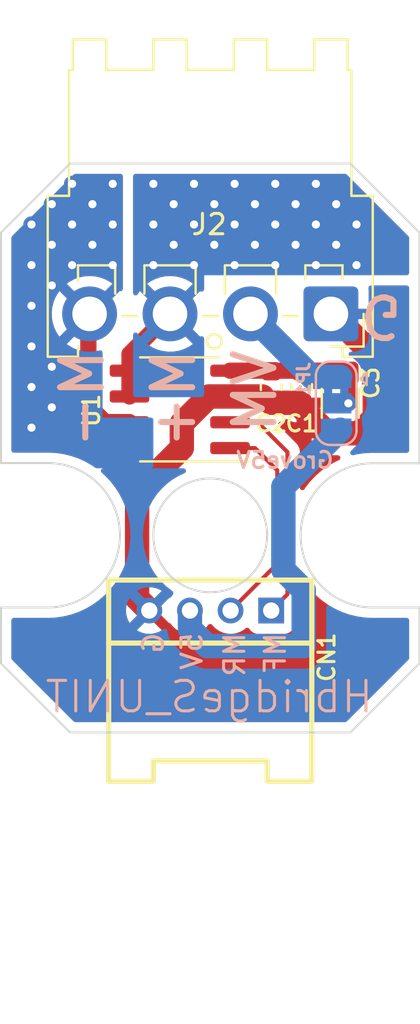
<source format=kicad_pcb>
(kicad_pcb (version 20211014) (generator pcbnew)
  (layers (0 "F.Cu" signal) (31 "B.Cu" signal) (34 "B.Paste" user) (35 "F.Paste" user) (36 "B.SilkS" user "B.Silkscreen") (37 "F.SilkS" user "F.Silkscreen") (38 "B.Mask" user) (39 "F.Mask" user) (44 "Edge.Cuts" user))
  (net 0 "")
  (net 1 "+5V")
  (net 2 "GND")
  (net 3 "/OUT_N")
  (net 4 "/OUT_P")
  (net 5 "VDD")
  (net 6 "/MR")
  (net 7 "/MF")
  (net 8 "VD")
  (footprint "akita:CON_GROVE_H" (layer "F.Cu") (at 10.3 22 180)
    (fp_text reference "CN1" (at -6.2 -1 90) (layer "F.SilkS") (effects (font (size 0.8 0.8)) (justify right bottom)))
    (fp_text value "CON_GROVE")
    (fp_line (start 2.8 -7.4) (end 2.8 -8.4) (layer "F.SilkS") (width 0.254))
    (fp_line (start -5 -8.4) (end -5 -1.6) (layer "F.SilkS") (width 0.254))
    (fp_line (start -2.8 -8.4) (end -2.8 -7.4) (layer "F.SilkS") (width 0.254))
    (fp_line (start -5 -1.6) (end 5 -1.6) (layer "F.SilkS") (width 0.254))
    (fp_line (start -5 -8.4) (end -2.8 -8.4) (layer "F.SilkS") (width 0.254))
    (fp_line (start 5 -1.6) (end 5 -8.4) (layer "F.SilkS") (width 0.254))
    (fp_line (start -5 1.5) (end 5 1.5) (layer "F.SilkS") (width 0.254))
    (fp_line (start -5 -1.6) (end -5 1.5) (layer "F.SilkS") (width 0.254))
    (fp_line (start -5 -1) (end -5 1) (layer "F.SilkS") (width 0.127))
    (fp_line (start 5 1.5) (end 5 -1.6) (layer "F.SilkS") (width 0.254))
    (fp_line (start -2.8 -7.4) (end 2.8 -7.4) (layer "F.SilkS") (width 0.254))
    (fp_line (start 2.8 -8.4) (end 5 -8.4) (layer "F.SilkS") (width 0.254))
    (pad "1" thru_hole rect locked (at -3 0 180) (size 1.27 1.27) (drill 0.8) (layers *.Cu *.Mask) (net 7 "/MF"))
    (pad "2" thru_hole circle locked (at -1 0 180) (size 1.27 1.27) (drill 0.8) (layers *.Cu *.Mask) (net 6 "/MR"))
    (pad "3" thru_hole circle locked (at 1 0 180) (size 1.27 1.27) (drill 0.8) (layers *.Cu *.Mask) (net 1 "+5V"))
    (pad "4" thru_hole circle locked (at 3 0 180) (size 1.27 1.27) (drill 0.8) (layers *.Cu *.Mask) (net 2 "GND"))
  )
  (footprint "Capacitor_SMD:C_0603_1608Metric" (layer "F.Cu") (at 13.3 11 -90)
    (fp_text reference "C2" (at 1.8 0) (layer "F.SilkS") (effects (font (size 0.8 0.8))))
    (fp_text value "100n")
    (fp_line (start -0.14058 -0.51) (end 0.14058 -0.51) (layer "F.SilkS") (width 0.12))
    (fp_line (start -0.14058 0.51) (end 0.14058 0.51) (layer "F.SilkS") (width 0.12))
    (pad "1" smd roundrect locked (at -0.775 0 270) (size 0.9 0.95) (layers "F.Cu" "F.Paste" "F.Mask") (net 8 "VD"))
    (pad "2" smd roundrect locked (at 0.775 0 270) (size 0.9 0.95) (layers "F.Cu" "F.Paste" "F.Mask") (net 2 "GND"))
  )
  (footprint "Connector_JST:JST_VH_S4P-VH_1x04_P3.96mm_Horizontal" (layer "F.Cu") (at 16.24 7.4 180)
    (fp_text reference "J2" (at 5.99 4.4) (layer "F.SilkS"))
    (fp_text value "Conn_01x04")
    (fp_line (start 5.57 -0.11) (end 6.31 -0.11) (layer "F.SilkS") (width 0.12))
    (fp_line (start 7.1 12.01) (end 7.1 13.51) (layer "F.SilkS") (width 0.12))
    (fp_line (start 1.61 -0.11) (end 2.35 -0.11) (layer "F.SilkS") (width 0.12))
    (fp_line (start -0.57 -2.11) (end -0.57 -1.61) (layer "F.SilkS") (width 0.12))
    (fp_line (start -0.82 13.51) (end 0.82 13.51) (layer "F.SilkS") (width 0.12))
    (fp_line (start 3.14 13.51) (end 4.78 13.51) (layer "F.SilkS") (width 0.12))
    (fp_line (start 2.7 2.39) (end 5.22 2.39) (layer "F.SilkS") (width 0.12))
    (fp_line (start 12.7 12.01) (end 12.89 12.01) (layer "F.SilkS") (width 0.12))
    (fp_line (start -0.58 2.39) (end 1.26 2.39) (layer "F.SilkS") (width 0.12))
    (fp_line (start 4.78 12.01) (end 7.1 12.01) (layer "F.SilkS") (width 0.12))
    (fp_line (start 12.45 2.39) (end 12.45 1.6) (layer "F.SilkS") (width 0.12))
    (fp_line (start 0.82 13.51) (end 0.82 12.01) (layer "F.SilkS") (width 0.12))
    (fp_line (start 3.14 12.01) (end 3.14 13.51) (layer "F.SilkS") (width 0.12))
    (fp_line (start 8.74 12.01) (end 11.06 12.01) (layer "F.SilkS") (width 0.12))
    (fp_line (start 13.94 5.81) (end 12.89 5.81) (layer "F.SilkS") (width 0.12))
    (fp_line (start -0.57 1.7) (end -0.57 2.39) (layer "F.SilkS") (width 0.12))
    (fp_line (start -1.01 5.81) (end -1.01 12.01) (layer "F.SilkS") (width 0.12))
    (fp_line (start 9.18 2.39) (end 9.18 1) (layer "F.SilkS") (width 0.12))
    (fp_line (start 6.66 1) (end 6.66 2.39) (layer "F.SilkS") (width 0.12))
    (fp_line (start 7.1 13.51) (end 8.74 13.51) (layer "F.SilkS") (width 0.12))
    (fp_line (start 4.78 13.51) (end 4.78 12.01) (layer "F.SilkS") (width 0.12))
    (fp_line (start 5.22 2.39) (end 5.22 1) (layer "F.SilkS") (width 0.12))
    (fp_line (start 13.94 -2.11) (end 13.94 5.81) (layer "F.SilkS") (width 0.12))
    (fp_line (start 11.06 12.01) (end 11.06 13.51) (layer "F.SilkS") (width 0.12))
    (fp_line (start -1.01 5.81) (end -2.06 5.81) (layer "F.SilkS") (width 0.12))
    (fp_line (start -1.01 12.01) (end -0.82 12.01) (layer "F.SilkS") (width 0.12))
    (fp_line (start 8.74 13.51) (end 8.74 12.01) (layer "F.SilkS") (width 0.12))
    (fp_line (start 12.7 13.51) (end 12.7 12.01) (layer "F.SilkS") (width 0.12))
    (fp_line (start 0 -1.61) (end -1.61 -1.61) (layer "F.SilkS") (width 0.12))
    (fp_line (start 11.06 13.51) (end 12.7 13.51) (layer "F.SilkS") (width 0.12))
    (fp_line (start -0.82 12.01) (end -0.82 13.51) (layer "F.SilkS") (width 0.12))
    (fp_line (start -2.06 -2.11) (end -0.57 -2.11) (layer "F.SilkS") (width 0.12))
    (fp_line (start 10.62 2.39) (end 12.46 2.39) (layer "F.SilkS") (width 0.12))
    (fp_line (start 10.62 1) (end 10.62 2.39) (layer "F.SilkS") (width 0.12))
    (fp_line (start 9.53 -0.11) (end 10.27 -0.11) (layer "F.SilkS") (width 0.12))
    (fp_line (start 6.66 2.39) (end 9.18 2.39) (layer "F.SilkS") (width 0.12))
    (fp_line (start 1.26 2.39) (end 1.26 1.7) (layer "F.SilkS") (width 0.12))
    (fp_line (start -2.06 5.81) (end -2.06 -2.11) (layer "F.SilkS") (width 0.12))
    (fp_line (start 2.7 1) (end 2.7 2.39) (layer "F.SilkS") (width 0.12))
    (fp_line (start 12.45 -1.6) (end 12.45 -2.11) (layer "F.SilkS") (width 0.12))
    (fp_line (start 0.82 12.01) (end 3.14 12.01) (layer "F.SilkS") (width 0.12))
    (fp_line (start -1.61 -1.61) (end -1.61 0) (layer "F.SilkS") (width 0.12))
    (fp_line (start 12.45 -2.11) (end 13.94 -2.11) (layer "F.SilkS") (width 0.12))
    (fp_line (start 12.89 12.01) (end 12.89 5.81) (layer "F.SilkS") (width 0.12))
    (pad "1" thru_hole roundrect locked (at 0 0 180) (size 2.7 2.7) (drill 1.7) (layers *.Cu *.Mask) (roundrect_rratio 0.09259296296) (net 2 "GND"))
    (pad "2" thru_hole circle locked (at 3.96 0 180) (size 2.7 2.7) (drill 1.7) (layers *.Cu *.Mask) (net 5 "VDD"))
    (pad "3" thru_hole circle locked (at 7.92 0 180) (size 2.7 2.7) (drill 1.7) (layers *.Cu *.Mask) (net 4 "/OUT_P"))
    (pad "4" thru_hole circle locked (at 11.88 0 180) (size 2.7 2.7) (drill 1.7) (layers *.Cu *.Mask) (net 3 "/OUT_N"))
  )
  (footprint "Capacitor_SMD:C_0603_1608Metric" (layer "F.Cu") (at 14.8 11 -90)
    (fp_text reference "C1" (at 1.8 0) (layer "F.SilkS") (effects (font (size 0.8 0.8))))
    (fp_text value "470uF")
    (fp_line (start -0.14058 0.51) (end 0.14058 0.51) (layer "F.SilkS") (width 0.12))
    (fp_line (start -0.14058 -0.51) (end 0.14058 -0.51) (layer "F.SilkS") (width 0.12))
    (pad "1" smd roundrect locked (at -0.775 0 270) (size 0.9 0.95) (layers "F.Cu" "F.Paste" "F.Mask") (net 8 "VD"))
    (pad "2" smd roundrect locked (at 0.775 0 270) (size 0.9 0.95) (layers "F.Cu" "F.Paste" "F.Mask") (net 2 "GND"))
  )
  (footprint "Capacitor_SMD:C_1206_3216Metric" (layer "F.Cu") (at 16.7 11.8 -90)
    (fp_text reference "C3" (at -1 -1.5 90) (layer "F.SilkS") (effects (font (size 0.8 0.8))))
    (fp_text value "470u")
    (fp_line (start -0.711252 -0.91) (end 0.711252 -0.91) (layer "F.SilkS") (width 0.12))
    (fp_line (start -0.711252 0.91) (end 0.711252 0.91) (layer "F.SilkS") (width 0.12))
    (pad "1" smd roundrect locked (at -1.475 0 270) (size 1.15 1.8) (layers "F.Cu" "F.Paste" "F.Mask") (roundrect_rratio 0.2173913043) (net 8 "VD"))
    (pad "2" smd roundrect locked (at 1.475 0 270) (size 1.15 1.8) (layers "F.Cu" "F.Paste" "F.Mask") (roundrect_rratio 0.2173913043) (net 2 "GND"))
  )
  (footprint "Package_SO:SOIC-8_3.9x4.9mm_P1.27mm" (layer "F.Cu") (at 8.8 12.1 180)
    (fp_text reference "U1" (at 4.35 -0.05 90) (layer "F.SilkS") (effects (font (size 0.8 0.8))))
    (fp_text value "DRV_RZ7899")
    (fp_line (start 0 -2.56) (end -3.45 -2.56) (layer "F.SilkS") (width 0.12))
    (fp_line (start 0 -2.56) (end 1.95 -2.56) (layer "F.SilkS") (width 0.12))
    (fp_line (start 0 2.56) (end -1.95 2.56) (layer "F.SilkS") (width 0.12))
    (fp_line (start 0 2.56) (end 1.95 2.56) (layer "F.SilkS") (width 0.12))
    (pad "1" smd roundrect locked (at -2.475 -1.905 180) (size 1.95 0.6) (layers "F.Cu" "F.Paste" "F.Mask") (net 6 "/MR"))
    (pad "2" smd roundrect locked (at -2.475 -0.635 180) (size 1.95 0.6) (layers "F.Cu" "F.Paste" "F.Mask") (net 7 "/MF"))
    (pad "3" smd roundrect locked (at -2.475 0.635 180) (size 1.95 0.6) (layers "F.Cu" "F.Paste" "F.Mask") (net 2 "GND"))
    (pad "4" smd roundrect locked (at -2.475 1.905 180) (size 1.95 0.6) (layers "F.Cu" "F.Paste" "F.Mask") (net 8 "VD"))
    (pad "5" smd roundrect locked (at 2.475 1.905 180) (size 1.95 0.6) (layers "F.Cu" "F.Paste" "F.Mask") (net 4 "/OUT_P"))
    (pad "6" smd roundrect locked (at 2.475 0.635 180) (size 1.95 0.6) (layers "F.Cu" "F.Paste" "F.Mask") (net 4 "/OUT_P"))
    (pad "7" smd roundrect locked (at 2.475 -0.635 180) (size 1.95 0.6) (layers "F.Cu" "F.Paste" "F.Mask") (net 3 "/OUT_N"))
    (pad "8" smd roundrect locked (at 2.475 -1.905 180) (size 1.95 0.6) (layers "F.Cu" "F.Paste" "F.Mask") (net 3 "/OUT_N"))
  )
  (footprint "Jumper:SolderJumper-3_P1.3mm_Bridged2Bar12_RoundedPad1.0x1.5mm" (layer "B.Cu") (at 16.5 11.8 -90)
    (fp_text reference "JP1" (at -1.2 1.6 90) (layer "B.SilkS") (effects (font (size 0.6 0.6)) (justify mirror)))
    (fp_text value "SolderJumper_3_Bridged12")
    (fp_poly (pts (xy -0.9 -0.2) (xy -0.4 -0.2) (xy -0.4 -0.6) (xy -0.9 -0.6)) (layer "B.Cu") (width 0) (fill solid))
    (fp_poly (pts (xy -0.9 0.6) (xy -0.4 0.6) (xy -0.4 0.2) (xy -0.9 0.2)) (layer "B.Cu") (width 0) (fill solid))
    (fp_line (start 2.05 0.3) (end 2.05 -0.3) (layer "B.SilkS") (width 0.12))
    (fp_line (start -1.5 -1.5) (end -0.9 -1.5) (layer "B.SilkS") (width 0.12))
    (fp_line (start -1.4 1) (end 1.4 1) (layer "B.SilkS") (width 0.12))
    (fp_line (start -1.2 -1.2) (end -0.9 -1.5) (layer "B.SilkS") (width 0.12))
    (fp_line (start -2.05 -0.3) (end -2.05 0.3) (layer "B.SilkS") (width 0.12))
    (fp_line (start 1.4 -1) (end -1.4 -1) (layer "B.SilkS") (width 0.12))
    (fp_line (start -1.2 -1.2) (end -1.5 -1.5) (layer "B.SilkS") (width 0.12))
    (fp_arc (start -1.35 1) (mid -1.844975 0.794975) (end -2.05 0.3) (layer "B.SilkS") (width 0.12))
    (fp_arc (start -2.05 -0.3) (mid -1.844975 -0.794975) (end -1.35 -1) (layer "B.SilkS") (width 0.12))
    (fp_arc (start 1.35 -1) (mid 1.844975 -0.794975) (end 2.05 -0.3) (layer "B.SilkS") (width 0.12))
    (fp_arc (start 2.05 0.3) (mid 1.844975 0.794975) (end 1.35 1) (layer "B.SilkS") (width 0.12))
    (pad "1" smd custom locked (at -1.3 0 270) (size 1 0.5) (layers "B.Cu" "B.Mask") (net 5 "VDD") (options (clearance outline) (anchor rect)) (primitives (gr_circle (center 0 -0.25) (end 0.5 -0.25) (width 0) (fill yes)) (gr_circle (center 0 0.25) (end 0.5 0.25) (width 0) (fill yes)) (gr_poly (pts (xy 0.55 0.75) (xy 0 0.75) (xy 0 -0.75) (xy 0.55 -0.75)) (width 0) (fill yes))))
    (pad "2" smd rect locked (at 0 0 270) (size 1 1.5) (layers "B.Cu" "B.Mask") (net 8 "VD"))
    (pad "3" smd custom locked (at 1.3 0 270) (size 1 0.5) (layers "B.Cu" "B.Mask") (net 1 "+5V") (options (clearance outline) (anchor rect)) (primitives (gr_circle (center 0 -0.25) (end 0.5 -0.25) (width 0) (fill yes)) (gr_circle (center 0 0.25) (end 0.5 0.25) (width 0) (fill yes)) (gr_poly (pts (xy 0 0.75) (xy -0.55 0.75) (xy -0.55 -0.75) (xy 0 -0.75)) (width 0) (fill yes))))
  )
  (gr_circle (center 10.5 8.75) (end 10.75 9) (layer "F.SilkS") (width 0.12) (fill none))
  (gr_line (start 0 24.6) (end 0 21.85) (layer "Edge.Cuts") (width 0.1))
  (gr_line (start 0 14.74) (end 2.3 14.74) (layer "Edge.Cuts") (width 0.1))
  (gr_line (start 20.6 21.85) (end 20.6 24.6) (layer "Edge.Cuts") (width 0.1))
  (gr_line (start 3.4 0) (end 17.2 0) (layer "Edge.Cuts") (width 0.1))
  (gr_line (start 0 3.4) (end 3.4 0) (layer "Edge.Cuts") (width 0.1))
  (gr_line (start 0 14.74) (end 0 3.4) (layer "Edge.Cuts") (width 0.1))
  (gr_line (start 0 24.6) (end 3.4 28) (layer "Edge.Cuts") (width 0.1))
  (gr_line (start 3.4 28) (end 17.2 28) (layer "Edge.Cuts") (width 0.1))
  (gr_line (start 20.6 3.4) (end 17.2 0) (layer "Edge.Cuts") (width 0.1))
  (gr_arc (start 2.3 14.74) (mid 5.855 18.295) (end 2.3 21.85) (layer "Edge.Cuts") (width 0.1))
  (gr_line (start 0 21.85) (end 2.3 21.85) (layer "Edge.Cuts") (width 0.1))
  (gr_circle (center 10.3 18.3) (end 13.1 18.3) (layer "Edge.Cuts") (width 0.1) (fill none))
  (gr_line (start 18.3 21.85) (end 20.6 21.85) (layer "Edge.Cuts") (width 0.1))
  (gr_line (start 18.3 14.75) (end 20.6 14.75) (layer "Edge.Cuts") (width 0.1))
  (gr_line (start 20.6 14.76) (end 20.6 3.4) (layer "Edge.Cuts") (width 0.1))
  (gr_line (start 17.2 28) (end 20.6 24.6) (layer "Edge.Cuts") (width 0.1))
  (gr_arc (start 18.3 21.85) (mid 14.75 18.3) (end 18.3 14.75) (layer "Edge.Cuts") (width 0.1))
  (gr_text "M-" (at 4 9 90) (layer "B.SilkS") (effects (font (size 2 2) (thickness 0.3)) (justify left mirror)))
  (gr_text "G" (at 17.5 7.5 180) (layer "B.SilkS") (effects (font (size 2 2) (thickness 0.3)) (justify left mirror)))
  (gr_text "5V" (at 9.4 23 90) (layer "B.SilkS") (effects (font (size 1 1)) (justify left mirror)))
  (gr_text "Grove5V" (at 11.5 14.6) (layer "B.SilkS") (effects (font (size 0.8 0.8)) (justify right mirror)))
  (gr_text "G" (at 7.5 23 90) (layer "B.SilkS") (effects (font (size 1 1)) (justify left mirror)))
  (gr_text "VM" (at 12.5 9 90) (layer "B.SilkS") (effects (font (size 2 2) (thickness 0.3)) (justify left mirror)))
  (gr_text "MR" (at 11.5 23 90) (layer "B.SilkS") (effects (font (size 1 1)) (justify left mirror)))
  (gr_text "HbridgeS_UNIT" (at 10.25 26.25) (layer "B.SilkS") (effects (font (size 1.5 1.5)) (justify mirror)))
  (gr_text "M+" (at 8.5 9 90) (layer "B.SilkS") (effects (font (size 2 2) (thickness 0.3)) (justify left mirror)))
  (gr_text "MF" (at 13.5 23 90) (layer "B.SilkS") (effects (font (size 1 1)) (justify left mirror)))
  (segment (start 14.9 21) (end 13.9 20) (width 1.2) (layer "B.Cu") (net 1))
  (segment (start 13.9 15.9) (end 16.7 13.1) (width 1.2) (layer "B.Cu") (net 1))
  (segment (start 9.3 22) (end 9.3 22.898025) (width 1.2) (layer "B.Cu") (net 1))
  (segment (start 14.9 23.75) (end 14.9 21) (width 1.2) (layer "B.Cu") (net 1))
  (segment (start 9.3 22.898025) (end 10.151975 23.75) (width 1.2) (layer "B.Cu") (net 1))
  (segment (start 10.151975 23.75) (end 14.9 23.75) (width 1.2) (layer "B.Cu") (net 1))
  (segment (start 13.9 20) (end 13.9 15.9) (width 1.2) (layer "B.Cu") (net 1))
  (segment (start 16.24 7.4) (end 16.2 7.4) (width 2) (layer "F.Cu") (net 2))
  (segment (start 13.3 11.775) (end 14.675 11.775) (width 1.2) (layer "F.Cu") (net 2))
  (segment (start 16.7 13.275) (end 16.075 13.275) (width 1.2) (layer "F.Cu") (net 2))
  (segment (start 6.7 16.2) (end 8.9 14) (width 1.2) (layer "F.Cu") (net 2))
  (segment (start 16.24 7.4) (end 16.24 7.44) (width 0.8) (layer "F.Cu") (net 2))
  (segment (start 11.275 11.465) (end 12.865 11.465) (width 1.2) (layer "F.Cu") (net 2))
  (segment (start 17.625 13.275) (end 18.39952 12.50048) (width 1.2) (layer "F.Cu") (net 2))
  (segment (start 16.075 13.275) (end 14.6 11.8) (width 1.2) (layer "F.Cu") (net 2))
  (segment (start 16.24 7.44) (end 17.1 8.3) (width 0.8) (layer "F.Cu") (net 2))
  (segment (start 16.7 13.275) (end 17.625 13.275) (width 1.2) (layer "F.Cu") (net 2))
  (segment (start 6.7 21.4) (end 6.7 16.2) (width 1.2) (layer "F.Cu") (net 2))
  (segment (start 18.39952 12.50048) (end 18.39952 9.49952) (width 1.2) (layer "F.Cu") (net 2))
  (segment (start 7.3 22) (end 6.7 21.4) (width 1.2) (layer "F.Cu") (net 2))
  (segment (start 8.9 12.792176) (end 10.227176 11.465) (width 1.2) (layer "F.Cu") (net 2))
  (segment (start 18.39952 9.49952) (end 16.2 7.3) (width 1.2) (layer "F.Cu") (net 2))
  (segment (start 8.9 14) (end 8.9 12.792176) (width 1.2) (layer "F.Cu") (net 2))
  (segment (start 10.227176 11.465) (end 11.275 11.465) (width 1.2) (layer "F.Cu") (net 2))
  (segment (start 4.3 11.9) (end 4.3 7.4) (width 0.8) (layer "F.Cu") (net 3))
  (segment (start 5.125 12.725) (end 4.3 11.9) (width 0.8) (layer "F.Cu") (net 3))
  (segment (start 6.325 14.005) (end 6.325 12.725) (width 0.8) (layer "F.Cu") (net 3))
  (segment (start 6.325 12.725) (end 5.125 12.725) (width 0.8) (layer "F.Cu") (net 3))
  (via (at 3.5 5) (size 0.8) (drill 0.4) (layers "F.Cu" "B.Cu") (net 3))
  (via (at 1.5 11) (size 0.8) (drill 0.4) (layers "F.Cu" "B.Cu") (net 3))
  (via (at 4.5 2) (size 0.8) (drill 0.4) (layers "F.Cu" "B.Cu") (net 3))
  (via (at 5.5 5) (size 0.8) (drill 0.4) (layers "F.Cu" "B.Cu") (net 3))
  (via (at 1.5 5) (size 0.8) (drill 0.4) (layers "F.Cu" "B.Cu") (net 3))
  (via (at 4.5 4) (size 0.8) (drill 0.4) (layers "F.Cu" "B.Cu") (net 3))
  (via (at 1.5 9) (size 0.8) (drill 0.4) (layers "F.Cu" "B.Cu") (net 3))
  (via (at 5.5 1) (size 0.8) (drill 0.4) (layers "F.Cu" "B.Cu") (net 3))
  (via (at 2.5 2) (size 0.8) (drill 0.4) (layers "F.Cu" "B.Cu") (net 3))
  (via (at 2.5 6) (size 0.8) (drill 0.4) (layers "F.Cu" "B.Cu") (net 3))
  (via (at 3.5 3) (size 0.8) (drill 0.4) (layers "F.Cu" "B.Cu") (net 3))
  (via (at 3.5 1) (size 0.8) (drill 0.4) (layers "F.Cu" "B.Cu") (net 3))
  (via (at 2.5 12) (size 0.8) (drill 0.4) (layers "F.Cu" "B.Cu") (net 3))
  (via (at 5.5 3) (size 0.8) (drill 0.4) (layers "F.Cu" "B.Cu") (net 3))
  (via (at 1.5 3) (size 0.8) (drill 0.4) (layers "F.Cu" "B.Cu") (net 3))
  (via (at 1.5 7) (size 0.8) (drill 0.4) (layers "F.Cu" "B.Cu") (net 3))
  (via (at 1.5 13) (size 0.8) (drill 0.4) (layers "F.Cu" "B.Cu") (net 3))
  (via (at 2.5 4) (size 0.8) (drill 0.4) (layers "F.Cu" "B.Cu") (net 3))
  (via (at 2.5 10) (size 0.8) (drill 0.4) (layers "F.Cu" "B.Cu") (net 3))
  (segment (start 6.325 10.195) (end 6.325 9.375) (width 0.8) (layer "F.Cu") (net 4))
  (segment (start 6.325 11.465) (end 6.325 10.375) (width 0.8) (layer "F.Cu") (net 4))
  (segment (start 6.325 9.375) (end 8.3 7.4) (width 0.8) (layer "F.Cu") (net 4))
  (via (at 10.5 4) (size 0.8) (drill 0.4) (layers "F.Cu" "B.Cu") (net 4))
  (via (at 17.5 3) (size 0.8) (drill 0.4) (layers "F.Cu" "B.Cu") (net 4))
  (via (at 10.5 2) (size 0.8) (drill 0.4) (layers "F.Cu" "B.Cu") (net 4))
  (via (at 8.5 4) (size 0.8) (drill 0.4) (layers "F.Cu" "B.Cu") (net 4))
  (via (at 16.5 4) (size 0.8) (drill 0.4) (layers "F.Cu" "B.Cu") (net 4))
  (via (at 11.5 3) (size 0.8) (drill 0.4) (layers "F.Cu" "B.Cu") (net 4))
  (via (at 9.5 5) (size 0.8) (drill 0.4) (layers "F.Cu" "B.Cu") (net 4))
  (via (at 15.5 1) (size 0.8) (drill 0.4) (layers "F.Cu" "B.Cu") (net 4))
  (via (at 13.5 5) (size 0.8) (drill 0.4) (layers "F.Cu" "B.Cu") (net 4))
  (via (at 14.5 2) (size 0.8) (drill 0.4) (layers "F.Cu" "B.Cu") (net 4))
  (via (at 9.5 1) (size 0.8) (drill 0.4) (layers "F.Cu" "B.Cu") (net 4))
  (via (at 16.5 2) (size 0.8) (drill 0.4) (layers "F.Cu" "B.Cu") (net 4))
  (via (at 14.5 4) (size 0.8) (drill 0.4) (layers "F.Cu" "B.Cu") (net 4))
  (via (at 9.5 3) (size 0.8) (drill 0.4) (layers "F.Cu" "B.Cu") (net 4))
  (via (at 15.5 3) (size 0.8) (drill 0.4) (layers "F.Cu" "B.Cu") (net 4))
  (via (at 13.5 3) (size 0.8) (drill 0.4) (layers "F.Cu" "B.Cu") (net 4))
  (via (at 11.5 1) (size 0.8) (drill 0.4) (layers "F.Cu" "B.Cu") (net 4))
  (via (at 8.5 2) (size 0.8) (drill 0.4) (layers "F.Cu" "B.Cu") (net 4))
  (via (at 13.5 1) (size 0.8) (drill 0.4) (layers "F.Cu" "B.Cu") (net 4))
  (via (at 12.5 2) (size 0.8) (drill 0.4) (layers "F.Cu" "B.Cu") (net 4))
  (via (at 12.5 4) (size 0.8) (drill 0.4) (layers "F.Cu" "B.Cu") (net 4))
  (via (at 7.5 5) (size 0.8) (drill 0.4) (layers "F.Cu" "B.Cu") (net 4))
  (via (at 15.5 5) (size 0.8) (drill 0.4) (layers "F.Cu" "B.Cu") (net 4))
  (via (at 7.5 1) (size 0.8) (drill 0.4) (layers "F.Cu" "B.Cu") (net 4))
  (via (at 7.5 3) (size 0.8) (drill 0.4) (layers "F.Cu" "B.Cu") (net 4))
  (via (at 17.5 5) (size 0.8) (drill 0.4) (layers "F.Cu" "B.Cu") (net 4))
  (via (at 11.5 5) (size 0.8) (drill 0.4) (layers "F.Cu" "B.Cu") (net 4))
  (segment (start 8.5 8) (end 8 7.5) (width 0.6) (layer "B.Cu") (net 4))
  (segment (start 15.3 10.5) (end 12.3 7.5) (width 1.2) (layer "B.Cu") (net 5))
  (segment (start 16.7 10.5) (end 15.3 10.5) (width 1.2) (layer "B.Cu") (net 5))
  (segment (start 12.505 14.005) (end 13.6 15.1) (width 0.2) (layer "F.Cu") (net 6))
  (segment (start 13.6 19.7) (end 11.3 22) (width 0.2) (layer "F.Cu") (net 6))
  (segment (start 11.275 14.005) (end 12.505 14.005) (width 0.2) (layer "F.Cu") (net 6))
  (segment (start 13.6 15.1) (end 13.6 19.7) (width 0.2) (layer "F.Cu") (net 6))
  (segment (start 14.1 14.2) (end 12.635 12.735) (width 0.2) (layer "F.Cu") (net 7))
  (segment (start 12.635 12.735) (end 11.275 12.735) (width 0.2) (layer "F.Cu") (net 7))
  (segment (start 13.3 22) (end 13.75 21.55) (width 0.2) (layer "F.Cu") (net 7))
  (segment (start 13.3 22) (end 14.1 21.2) (width 0.2) (layer "F.Cu") (net 7))
  (segment (start 14.1 21.2) (end 14.1 14.2) (width 0.2) (layer "F.Cu") (net 7))
  (segment (start 17.1 11.8) (end 17.1 10.9) (width 0.8) (layer "F.Cu") (net 8))
  (segment (start 11.275 10.195) (end 16.395 10.195) (width 0.8) (layer "F.Cu") (net 8))
  (segment (start 16.395 10.195) (end 16.7 10.5) (width 0.8) (layer "F.Cu") (net 8))
  (segment (start 17.1 10.9) (end 16.6 10.4) (width 0.8) (layer "F.Cu") (net 8))
  (via (at 17.1 11.8) (size 0.8) (drill 0.4) (layers "F.Cu" "B.Cu") (net 8))
  (segment (start 16.7 11.8) (end 17.1 11.8) (width 0.8) (layer "B.Cu") (net 8))
  (zone (net 3) (net_name "/OUT_N") (layer "F.Cu") (connect_pads (clearance 0.508)) (min_thickness 0.254) (fill yes (thermal_gap 0.508) (thermal_bridge_width 0.508))
    (polygon (pts (xy 6 8.5) (xy 5 8.5) (xy 5 12.5) (xy 7.5 12.5) (xy 7.5 15) (xy 0 15) (xy 0 0) (xy 6 0)))
  )
  (zone (net 2) (net_name "GND") (layer "F.Cu") (connect_pads (clearance 0.508)) (min_thickness 0.254) (fill yes (thermal_gap 0.508) (thermal_bridge_width 0.508))
    (polygon (pts (xy 20.5 28.5) (xy 0 28.5) (xy 0 15.5) (xy 10 15.5) (xy 10 10) (xy 14.5 10) (xy 14.5 6) (xy 20.5 6)))
  )
  (zone (net 4) (net_name "/OUT_P") (layer "F.Cu") (connect_pads (clearance 0.508)) (min_thickness 0.254) (fill yes (thermal_gap 0.508) (thermal_bridge_width 0.508))
    (polygon (pts (xy 20.5 5.5) (xy 10 5.5) (xy 10 11.5) (xy 6.5 11.5) (xy 6.5 0) (xy 20.5 0)))
  )
  (zone (net 4) (net_name "/OUT_P") (layer "B.Cu") (connect_pads (clearance 0.508)) (min_thickness 0.254) (fill yes (thermal_gap 0.508) (thermal_bridge_width 0.508))
    (polygon (pts (xy 20.5 5.5) (xy 10 5.5) (xy 10 11.5) (xy 6.5 11.5) (xy 6.5 0) (xy 20.5 0)))
  )
  (zone (net 2) (net_name "GND") (layer "B.Cu") (connect_pads (clearance 0.508)) (min_thickness 0.254) (fill yes (thermal_gap 0.508) (thermal_bridge_width 0.508))
    (polygon (pts (xy 20.5 28) (xy 0 28) (xy 0 15) (xy 10 15) (xy 10 9.5) (xy 14.5 9.5) (xy 14.5 6) (xy 20.5 6)))
  )
  (zone (net 3) (net_name "/OUT_N") (layer "B.Cu") (connect_pads (clearance 0.508)) (min_thickness 0.254) (fill yes (thermal_gap 0.508) (thermal_bridge_width 0.508))
    (polygon (pts (xy 6 8.5) (xy 5 8.5) (xy 5 12.5) (xy 7.5 12.5) (xy 7.5 15) (xy 0 15) (xy 0 0) (xy 6 0)))
  )
)
</source>
